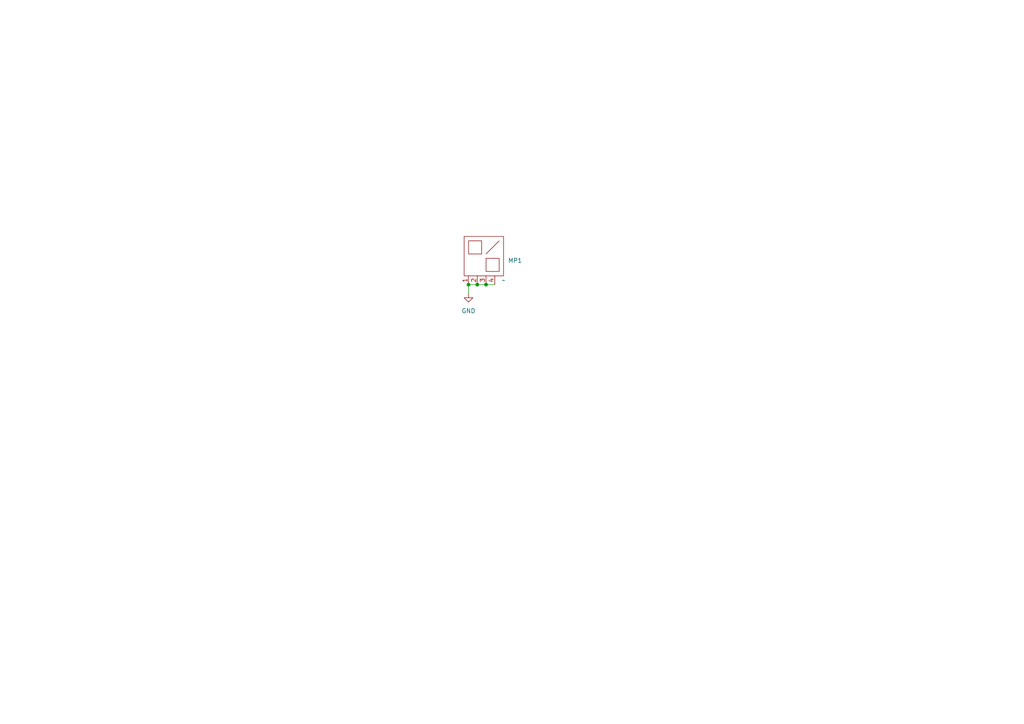
<source format=kicad_sch>
(kicad_sch (version 20230121) (generator eeschema)

  (uuid fbd70b8a-8f08-4298-869d-0c9eea38583d)

  (paper "A4")

  (title_block
    (title "Cuvette holder for M2k colorimeter")
    (company "Analog Devices")
    (comment 1 "Mechanical part")
  )

  (lib_symbols
    (symbol "M2k_colorimeter:CuvetteHolder" (in_bom yes) (on_board yes)
      (property "Reference" "MP" (at -6.35 13.97 0)
        (effects (font (size 1.27 1.27)))
      )
      (property "Value" "" (at 0 0 0)
        (effects (font (size 1.27 1.27)))
      )
      (property "Footprint" "" (at 0 0 0)
        (effects (font (size 1.27 1.27)) hide)
      )
      (property "Datasheet" "" (at 0 0 0)
        (effects (font (size 1.27 1.27)) hide)
      )
      (property "ki_fp_filters" "M2k_colorimeter:CuvetteHolder" (at 0 0 0)
        (effects (font (size 1.27 1.27)) hide)
      )
      (symbol "CuvetteHolder_0_1"
        (rectangle (start -11.43 12.7) (end 0 1.27)
          (stroke (width 0) (type default))
          (fill (type none))
        )
        (rectangle (start -10.16 11.43) (end -6.35 7.62)
          (stroke (width 0) (type default))
          (fill (type none))
        )
        (rectangle (start -5.08 6.35) (end -1.27 2.54)
          (stroke (width 0) (type default))
          (fill (type none))
        )
        (polyline
          (pts
            (xy -5.08 7.62)
            (xy -1.27 11.43)
          )
          (stroke (width 0) (type default))
          (fill (type none))
        )
      )
      (symbol "CuvetteHolder_1_1"
        (pin input line (at -10.16 -1.27 90) (length 2.54)
          (name "" (effects (font (size 1.27 1.27))))
          (number "1" (effects (font (size 1.27 1.27))))
        )
        (pin input line (at -7.62 -1.27 90) (length 2.54)
          (name "" (effects (font (size 1.27 1.27))))
          (number "2" (effects (font (size 1.27 1.27))))
        )
        (pin input line (at -5.08 -1.27 90) (length 2.54)
          (name "" (effects (font (size 1.27 1.27))))
          (number "3" (effects (font (size 1.27 1.27))))
        )
        (pin input line (at -2.54 -1.27 90) (length 2.54)
          (name "" (effects (font (size 1.27 1.27))))
          (number "4" (effects (font (size 1.27 1.27))))
        )
      )
    )
    (symbol "power:GND" (power) (pin_names (offset 0)) (in_bom yes) (on_board yes)
      (property "Reference" "#PWR" (at 0 -6.35 0)
        (effects (font (size 1.27 1.27)) hide)
      )
      (property "Value" "GND" (at 0 -3.81 0)
        (effects (font (size 1.27 1.27)))
      )
      (property "Footprint" "" (at 0 0 0)
        (effects (font (size 1.27 1.27)) hide)
      )
      (property "Datasheet" "" (at 0 0 0)
        (effects (font (size 1.27 1.27)) hide)
      )
      (property "ki_keywords" "global power" (at 0 0 0)
        (effects (font (size 1.27 1.27)) hide)
      )
      (property "ki_description" "Power symbol creates a global label with name \"GND\" , ground" (at 0 0 0)
        (effects (font (size 1.27 1.27)) hide)
      )
      (symbol "GND_0_1"
        (polyline
          (pts
            (xy 0 0)
            (xy 0 -1.27)
            (xy 1.27 -1.27)
            (xy 0 -2.54)
            (xy -1.27 -1.27)
            (xy 0 -1.27)
          )
          (stroke (width 0) (type default))
          (fill (type none))
        )
      )
      (symbol "GND_1_1"
        (pin power_in line (at 0 0 270) (length 0) hide
          (name "GND" (effects (font (size 1.27 1.27))))
          (number "1" (effects (font (size 1.27 1.27))))
        )
      )
    )
  )

  (junction (at 140.97 82.55) (diameter 0) (color 0 0 0 0)
    (uuid 30506c07-833a-4307-be6f-1726e75a4d87)
  )
  (junction (at 135.89 82.55) (diameter 0) (color 0 0 0 0)
    (uuid 65c763a5-764d-42ed-9a76-09d534818d97)
  )
  (junction (at 138.43 82.55) (diameter 0) (color 0 0 0 0)
    (uuid f6823769-c1c5-4de1-8b4f-dce92570cecd)
  )

  (wire (pts (xy 135.89 85.09) (xy 135.89 82.55))
    (stroke (width 0) (type default))
    (uuid 28683248-7c4c-47c5-a0d6-9955af38b933)
  )
  (wire (pts (xy 138.43 82.55) (xy 140.97 82.55))
    (stroke (width 0) (type default))
    (uuid 476defb0-2c9d-4108-a109-f1e814ab55b5)
  )
  (wire (pts (xy 140.97 82.55) (xy 143.51 82.55))
    (stroke (width 0) (type default))
    (uuid a553e38e-0273-4510-8b7d-762b249e39cb)
  )
  (wire (pts (xy 135.89 82.55) (xy 138.43 82.55))
    (stroke (width 0) (type default))
    (uuid fdd94b99-5622-4392-be6a-57db03a62e94)
  )

  (symbol (lib_id "power:GND") (at 135.89 85.09 0) (unit 1)
    (in_bom yes) (on_board yes) (dnp no) (fields_autoplaced)
    (uuid 07eed4c8-6b8c-42bc-ae43-2886483ea25f)
    (property "Reference" "#PWR01" (at 135.89 91.44 0)
      (effects (font (size 1.27 1.27)) hide)
    )
    (property "Value" "GND" (at 135.89 90.17 0)
      (effects (font (size 1.27 1.27)))
    )
    (property "Footprint" "" (at 135.89 85.09 0)
      (effects (font (size 1.27 1.27)) hide)
    )
    (property "Datasheet" "" (at 135.89 85.09 0)
      (effects (font (size 1.27 1.27)) hide)
    )
    (pin "1" (uuid 1641ed28-79f0-44db-abfa-680849aa5a40))
    (instances
      (project "board-holder"
        (path "/fbd70b8a-8f08-4298-869d-0c9eea38583d"
          (reference "#PWR01") (unit 1)
        )
      )
    )
  )

  (symbol (lib_id "M2k_colorimeter:CuvetteHolder") (at 146.05 81.28 0) (unit 1)
    (in_bom yes) (on_board yes) (dnp no) (fields_autoplaced)
    (uuid 4bfedb9c-e363-444e-a585-f544e78f887c)
    (property "Reference" "MP1" (at 147.32 75.565 0)
      (effects (font (size 1.27 1.27)) (justify left))
    )
    (property "Value" "~" (at 146.05 81.28 0)
      (effects (font (size 1.27 1.27)))
    )
    (property "Footprint" "M2k_colorimeter:CuvetteHolder" (at 146.05 81.28 0)
      (effects (font (size 1.27 1.27)) hide)
    )
    (property "Datasheet" "" (at 146.05 81.28 0)
      (effects (font (size 1.27 1.27)) hide)
    )
    (pin "1" (uuid 60775f5a-eb53-4764-a928-65a8bfa17ecd))
    (pin "2" (uuid a63f2094-a25c-4913-ba57-551a8d9529c5))
    (pin "3" (uuid 9f0e356f-52b8-43d7-a0f4-ff5d8f7dcccf))
    (pin "4" (uuid 96fa6ed5-77b6-4269-be9a-3f7a6a92177c))
    (instances
      (project "board-holder"
        (path "/fbd70b8a-8f08-4298-869d-0c9eea38583d"
          (reference "MP1") (unit 1)
        )
      )
    )
  )

  (sheet_instances
    (path "/" (page "1"))
  )
)

</source>
